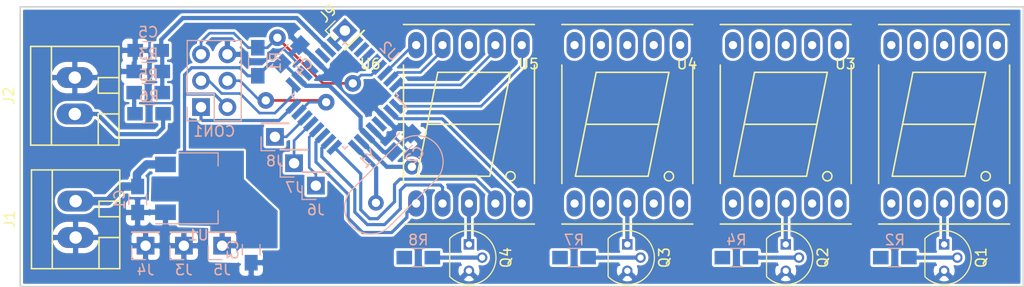
<source format=kicad_pcb>
(kicad_pcb (version 4) (host pcbnew 4.0.7)
  (layers (0 F.Cu signal) (31 B.Cu signal) (34 B.Paste user hide) (35 F.Paste user hide) (36 B.SilkS user hide) (37 F.SilkS user) (38 B.Mask user hide) (39 F.Mask user hide) (44 Edge.Cuts user))
  (net 0 "")
  (net 1 "Net-(C1-Pad1)")
  (net 2 GND)
  (net 3 +3V3)
  (net 4 "Net-(C5-Pad1)")
  (net 5 "Net-(CON1-Pad1)")
  (net 6 "Net-(CON1-Pad3)")
  (net 7 "Net-(CON1-Pad4)")
  (net 8 /RST)
  (net 9 "Net-(J2-Pad1)")
  (net 10 "Net-(J6-Pad1)")
  (net 11 "Net-(J7-Pad1)")
  (net 12 "Net-(J8-Pad1)")
  (net 13 "Net-(J9-Pad1)")
  (net 14 "Net-(Q1-Pad2)")
  (net 15 "Net-(Q1-Pad1)")
  (net 16 "Net-(Q2-Pad2)")
  (net 17 "Net-(Q2-Pad1)")
  (net 18 "Net-(Q3-Pad2)")
  (net 19 "Net-(Q3-Pad1)")
  (net 20 "Net-(Q4-Pad2)")
  (net 21 "Net-(Q4-Pad1)")
  (net 22 "Net-(R2-Pad2)")
  (net 23 "Net-(R4-Pad2)")
  (net 24 "Net-(R5-Pad2)")
  (net 25 "Net-(R7-Pad2)")
  (net 26 "Net-(R8-Pad2)")
  (net 27 "Net-(U2-Pad1)")
  (net 28 "Net-(U2-Pad2)")
  (net 29 "Net-(U2-Pad7)")
  (net 30 "Net-(U2-Pad8)")
  (net 31 "Net-(U2-Pad9)")
  (net 32 "Net-(U2-Pad10)")
  (net 33 "Net-(U2-Pad11)")
  (net 34 "Net-(U2-Pad19)")
  (net 35 "Net-(U2-Pad20)")
  (net 36 "Net-(U2-Pad22)")
  (net 37 "Net-(U2-Pad30)")
  (net 38 "Net-(U2-Pad31)")
  (net 39 "Net-(U2-Pad32)")
  (module Capacitors_SMD:C_0805_HandSoldering (layer B.Cu) (at 102.743 112.014 270)
    (fp_text reference C1 (at 0 1.75 270) (layer B.SilkS) (effects (justify mirror)))
    (fp_text value C)
    (fp_line (start 0.5 0.85) (end -0.5 0.85) (layer B.SilkS) (width 0.12))
    (fp_line (start -0.5 -0.85) (end 0.5 -0.85) (layer B.SilkS) (width 0.12))
    (pad 1 smd rect (at -1.25 0 270) (size 1.5 1.25) (layers B.Cu B.Paste B.Mask) (net 1 "Net-(C1-Pad1)"))
    (pad 2 smd rect (at 1.25 0 270) (size 1.5 1.25) (layers B.Cu B.Paste B.Mask) (net 2 GND))
  )
  (module Capacitors_SMD:C_0805_HandSoldering (layer B.Cu) (at 128.201383 106.558117 45)
    (fp_text reference C2 (at 0 1.75 45) (layer B.SilkS) (effects (justify mirror)))
    (fp_text value C)
    (fp_line (start 0.5 0.85) (end -0.5 0.85) (layer B.SilkS) (width 0.12))
    (fp_line (start -0.5 -0.85) (end 0.5 -0.85) (layer B.SilkS) (width 0.12))
    (pad 1 smd rect (at -1.25 0 45) (size 1.5 1.25) (layers B.Cu B.Paste B.Mask) (net 3 +3V3))
    (pad 2 smd rect (at 1.25 0 45) (size 1.5 1.25) (layers B.Cu B.Paste B.Mask) (net 2 GND))
  )
  (module Capacitors_SMD:C_0805_HandSoldering (layer B.Cu) (at 113.665 116.84 270)
    (fp_text reference C3 (at 0 1.75 270) (layer B.SilkS) (effects (justify mirror)))
    (fp_text value C)
    (fp_line (start 0.5 0.85) (end -0.5 0.85) (layer B.SilkS) (width 0.12))
    (fp_line (start -0.5 -0.85) (end 0.5 -0.85) (layer B.SilkS) (width 0.12))
    (pad 1 smd rect (at -1.25 0 270) (size 1.5 1.25) (layers B.Cu B.Paste B.Mask) (net 3 +3V3))
    (pad 2 smd rect (at 1.25 0 270) (size 1.5 1.25) (layers B.Cu B.Paste B.Mask) (net 2 GND))
  )
  (module Capacitors_SMD:C_0805_HandSoldering (layer B.Cu) (at 117.475 98.044 45)
    (fp_text reference C4 (at 0 1.75 45) (layer B.SilkS) (effects (justify mirror)))
    (fp_text value C)
    (fp_line (start 0.5 0.85) (end -0.5 0.85) (layer B.SilkS) (width 0.12))
    (fp_line (start -0.5 -0.85) (end 0.5 -0.85) (layer B.SilkS) (width 0.12))
    (pad 1 smd rect (at -1.25 0 45) (size 1.5 1.25) (layers B.Cu B.Paste B.Mask) (net 3 +3V3))
    (pad 2 smd rect (at 1.25 0 45) (size 1.5 1.25) (layers B.Cu B.Paste B.Mask) (net 2 GND))
  )
  (module Capacitors_SMD:C_0805_HandSoldering (layer B.Cu) (at 103.759 97.663 180)
    (fp_text reference C5 (at 0 1.75 180) (layer B.SilkS) (effects (justify mirror)))
    (fp_text value C)
    (fp_line (start 0.5 0.85) (end -0.5 0.85) (layer B.SilkS) (width 0.12))
    (fp_line (start -0.5 -0.85) (end 0.5 -0.85) (layer B.SilkS) (width 0.12))
    (pad 1 smd rect (at -1.25 0 180) (size 1.5 1.25) (layers B.Cu B.Paste B.Mask) (net 4 "Net-(C5-Pad1)"))
    (pad 2 smd rect (at 1.25 0 180) (size 1.5 1.25) (layers B.Cu B.Paste B.Mask) (net 2 GND))
  )
  (module Pin_Headers:Pin_Header_Straight_2x03_Pitch2.54mm (layer B.Cu) (at 108.839 103.124)
    (fp_text reference CON1 (at 1.27 2.33) (layer B.SilkS) (effects (justify mirror)))
    (fp_text value AVR-ISP-6)
    (fp_line (start -1.33 -6.41) (end 3.87 -6.41) (layer B.SilkS) (width 0.12))
    (fp_line (start -1.33 -1.27) (end -1.33 -6.41) (layer B.SilkS) (width 0.12))
    (fp_line (start 3.87 1.33) (end 3.87 -6.41) (layer B.SilkS) (width 0.12))
    (fp_line (start -1.33 -1.27) (end 1.27 -1.27) (layer B.SilkS) (width 0.12))
    (fp_line (start 1.27 -1.27) (end 1.27 1.33) (layer B.SilkS) (width 0.12))
    (fp_line (start 1.27 1.33) (end 3.87 1.33) (layer B.SilkS) (width 0.12))
    (fp_line (start -1.33 0) (end -1.33 1.33) (layer B.SilkS) (width 0.12))
    (fp_line (start -1.33 1.33) (end 0 1.33) (layer B.SilkS) (width 0.12))
    (pad 1 thru_hole rect (at 0 0) (size 1.7 1.7) (drill 1) (layers *.Cu *.Mask) (net 5 "Net-(CON1-Pad1)"))
    (pad 2 thru_hole oval (at 2.54 0) (size 1.7 1.7) (drill 1) (layers *.Cu *.Mask) (net 3 +3V3))
    (pad 3 thru_hole oval (at 0 -2.54) (size 1.7 1.7) (drill 1) (layers *.Cu *.Mask) (net 6 "Net-(CON1-Pad3)"))
    (pad 4 thru_hole oval (at 2.54 -2.54) (size 1.7 1.7) (drill 1) (layers *.Cu *.Mask) (net 7 "Net-(CON1-Pad4)"))
    (pad 5 thru_hole oval (at 0 -5.08) (size 1.7 1.7) (drill 1) (layers *.Cu *.Mask) (net 8 /RST))
    (pad 6 thru_hole oval (at 2.54 -5.08) (size 1.7 1.7) (drill 1) (layers *.Cu *.Mask) (net 2 GND))
  )
  (module Connectors_WAGO:WAGO_734_2pin_Straight_RuggedPads (layer F.Cu) (at 96.774 113.919 90)
    (fp_text reference J1 (at 0 -6.35 90) (layer F.SilkS))
    (fp_text value Conn_01x02)
    (fp_line (start -4.7498 -2.25044) (end 4.7498 -2.25044) (layer F.SilkS) (width 0.15))
    (fp_line (start 0.24892 4.24942) (end 0.24892 2.25044) (layer F.SilkS) (width 0.15))
    (fp_line (start 0.24892 2.25044) (end 1.75006 2.25044) (layer F.SilkS) (width 0.15))
    (fp_line (start 1.75006 2.25044) (end 1.75006 4.24942) (layer F.SilkS) (width 0.15))
    (fp_line (start -4.7498 2.25044) (end -1.75006 2.25044) (layer F.SilkS) (width 0.15))
    (fp_line (start -1.75006 2.25044) (end -1.75006 4.20116) (layer F.SilkS) (width 0.15))
    (fp_line (start 4.7498 4.24942) (end 4.7498 -4.24942) (layer F.SilkS) (width 0.15))
    (fp_line (start 4.7498 -4.24942) (end -4.7498 -4.24942) (layer F.SilkS) (width 0.15))
    (fp_line (start -4.7498 -4.24942) (end -4.7498 4.24942) (layer F.SilkS) (width 0.15))
    (fp_line (start -4.7498 4.24942) (end 4.7498 4.24942) (layer F.SilkS) (width 0.15))
    (pad 2 thru_hole oval (at 1.75006 0 90) (size 1.99898 3.50012) (drill 1.19888) (layers *.Cu *.Mask) (net 1 "Net-(C1-Pad1)"))
    (pad 1 thru_hole oval (at -1.75006 0 90) (size 1.99898 3.50012) (drill 1.19888) (layers *.Cu *.Mask) (net 2 GND))
  )
  (module Connectors_WAGO:WAGO_734_2pin_Straight_RuggedPads (layer F.Cu) (at 96.696 102.031199 90)
    (fp_text reference J2 (at 0 -6.35 90) (layer F.SilkS))
    (fp_text value Conn_01x02)
    (fp_line (start -4.7498 -2.25044) (end 4.7498 -2.25044) (layer F.SilkS) (width 0.15))
    (fp_line (start 0.24892 4.24942) (end 0.24892 2.25044) (layer F.SilkS) (width 0.15))
    (fp_line (start 0.24892 2.25044) (end 1.75006 2.25044) (layer F.SilkS) (width 0.15))
    (fp_line (start 1.75006 2.25044) (end 1.75006 4.24942) (layer F.SilkS) (width 0.15))
    (fp_line (start -4.7498 2.25044) (end -1.75006 2.25044) (layer F.SilkS) (width 0.15))
    (fp_line (start -1.75006 2.25044) (end -1.75006 4.20116) (layer F.SilkS) (width 0.15))
    (fp_line (start 4.7498 4.24942) (end 4.7498 -4.24942) (layer F.SilkS) (width 0.15))
    (fp_line (start 4.7498 -4.24942) (end -4.7498 -4.24942) (layer F.SilkS) (width 0.15))
    (fp_line (start -4.7498 -4.24942) (end -4.7498 4.24942) (layer F.SilkS) (width 0.15))
    (fp_line (start -4.7498 4.24942) (end 4.7498 4.24942) (layer F.SilkS) (width 0.15))
    (pad 2 thru_hole oval (at 1.75006 0 90) (size 1.99898 3.50012) (drill 1.19888) (layers *.Cu *.Mask) (net 2 GND))
    (pad 1 thru_hole oval (at -1.75006 0 90) (size 1.99898 3.50012) (drill 1.19888) (layers *.Cu *.Mask) (net 9 "Net-(J2-Pad1)"))
  )
  (module Pin_Headers:Pin_Header_Straight_1x01_Pitch2.54mm (layer B.Cu) (at 107.188 116.459)
    (fp_text reference J3 (at 0 2.33) (layer B.SilkS) (effects (justify mirror)))
    (fp_text value Conn_01x01)
    (fp_line (start -1.33 -1.33) (end 1.33 -1.33) (layer B.SilkS) (width 0.12))
    (fp_line (start -1.33 -1.27) (end -1.33 -1.33) (layer B.SilkS) (width 0.12))
    (fp_line (start 1.33 -1.27) (end 1.33 -1.33) (layer B.SilkS) (width 0.12))
    (fp_line (start -1.33 -1.27) (end 1.33 -1.27) (layer B.SilkS) (width 0.12))
    (fp_line (start -1.33 0) (end -1.33 1.33) (layer B.SilkS) (width 0.12))
    (fp_line (start -1.33 1.33) (end 0 1.33) (layer B.SilkS) (width 0.12))
    (pad 1 thru_hole rect (at 0 0) (size 1.7 1.7) (drill 1) (layers *.Cu *.Mask) (net 2 GND))
  )
  (module Pin_Headers:Pin_Header_Straight_1x01_Pitch2.54mm (layer B.Cu) (at 103.505 116.459)
    (fp_text reference J4 (at 0 2.33) (layer B.SilkS) (effects (justify mirror)))
    (fp_text value Conn_01x01)
    (fp_line (start -1.33 -1.33) (end 1.33 -1.33) (layer B.SilkS) (width 0.12))
    (fp_line (start -1.33 -1.27) (end -1.33 -1.33) (layer B.SilkS) (width 0.12))
    (fp_line (start 1.33 -1.27) (end 1.33 -1.33) (layer B.SilkS) (width 0.12))
    (fp_line (start -1.33 -1.27) (end 1.33 -1.27) (layer B.SilkS) (width 0.12))
    (fp_line (start -1.33 0) (end -1.33 1.33) (layer B.SilkS) (width 0.12))
    (fp_line (start -1.33 1.33) (end 0 1.33) (layer B.SilkS) (width 0.12))
    (pad 1 thru_hole rect (at 0 0) (size 1.7 1.7) (drill 1) (layers *.Cu *.Mask) (net 2 GND))
  )
  (module Pin_Headers:Pin_Header_Straight_1x01_Pitch2.54mm (layer B.Cu) (at 110.871 116.459)
    (fp_text reference J5 (at 0 2.33) (layer B.SilkS) (effects (justify mirror)))
    (fp_text value Conn_01x01)
    (fp_line (start -1.33 -1.33) (end 1.33 -1.33) (layer B.SilkS) (width 0.12))
    (fp_line (start -1.33 -1.27) (end -1.33 -1.33) (layer B.SilkS) (width 0.12))
    (fp_line (start 1.33 -1.27) (end 1.33 -1.33) (layer B.SilkS) (width 0.12))
    (fp_line (start -1.33 -1.27) (end 1.33 -1.27) (layer B.SilkS) (width 0.12))
    (fp_line (start -1.33 0) (end -1.33 1.33) (layer B.SilkS) (width 0.12))
    (fp_line (start -1.33 1.33) (end 0 1.33) (layer B.SilkS) (width 0.12))
    (pad 1 thru_hole rect (at 0 0) (size 1.7 1.7) (drill 1) (layers *.Cu *.Mask) (net 3 +3V3))
  )
  (module Pin_Headers:Pin_Header_Straight_1x01_Pitch2.54mm (layer B.Cu) (at 119.888 110.6805)
    (fp_text reference J6 (at 0 2.33) (layer B.SilkS) (effects (justify mirror)))
    (fp_text value Conn_01x01)
    (fp_line (start -1.33 -1.33) (end 1.33 -1.33) (layer B.SilkS) (width 0.12))
    (fp_line (start -1.33 -1.27) (end -1.33 -1.33) (layer B.SilkS) (width 0.12))
    (fp_line (start 1.33 -1.27) (end 1.33 -1.33) (layer B.SilkS) (width 0.12))
    (fp_line (start -1.33 -1.27) (end 1.33 -1.27) (layer B.SilkS) (width 0.12))
    (fp_line (start -1.33 0) (end -1.33 1.33) (layer B.SilkS) (width 0.12))
    (fp_line (start -1.33 1.33) (end 0 1.33) (layer B.SilkS) (width 0.12))
    (pad 1 thru_hole rect (at 0 0) (size 1.7 1.7) (drill 1) (layers *.Cu *.Mask) (net 10 "Net-(J6-Pad1)"))
  )
  (module Pin_Headers:Pin_Header_Straight_1x01_Pitch2.54mm (layer B.Cu) (at 117.7925 108.5215)
    (fp_text reference J7 (at 0 2.33) (layer B.SilkS) (effects (justify mirror)))
    (fp_text value Conn_01x01)
    (fp_line (start -1.33 -1.33) (end 1.33 -1.33) (layer B.SilkS) (width 0.12))
    (fp_line (start -1.33 -1.27) (end -1.33 -1.33) (layer B.SilkS) (width 0.12))
    (fp_line (start 1.33 -1.27) (end 1.33 -1.33) (layer B.SilkS) (width 0.12))
    (fp_line (start -1.33 -1.27) (end 1.33 -1.27) (layer B.SilkS) (width 0.12))
    (fp_line (start -1.33 0) (end -1.33 1.33) (layer B.SilkS) (width 0.12))
    (fp_line (start -1.33 1.33) (end 0 1.33) (layer B.SilkS) (width 0.12))
    (pad 1 thru_hole rect (at 0 0) (size 1.7 1.7) (drill 1) (layers *.Cu *.Mask) (net 11 "Net-(J7-Pad1)"))
  )
  (module Pin_Headers:Pin_Header_Straight_1x01_Pitch2.54mm (layer B.Cu) (at 115.951 105.9815)
    (fp_text reference J8 (at 0 2.33) (layer B.SilkS) (effects (justify mirror)))
    (fp_text value Conn_01x01)
    (fp_line (start -1.33 -1.33) (end 1.33 -1.33) (layer B.SilkS) (width 0.12))
    (fp_line (start -1.33 -1.27) (end -1.33 -1.33) (layer B.SilkS) (width 0.12))
    (fp_line (start 1.33 -1.27) (end 1.33 -1.33) (layer B.SilkS) (width 0.12))
    (fp_line (start -1.33 -1.27) (end 1.33 -1.27) (layer B.SilkS) (width 0.12))
    (fp_line (start -1.33 0) (end -1.33 1.33) (layer B.SilkS) (width 0.12))
    (fp_line (start -1.33 1.33) (end 0 1.33) (layer B.SilkS) (width 0.12))
    (pad 1 thru_hole rect (at 0 0) (size 1.7 1.7) (drill 1) (layers *.Cu *.Mask) (net 12 "Net-(J8-Pad1)"))
  )
  (module Pin_Headers:Pin_Header_Straight_1x01_Pitch2.54mm (layer F.Cu) (at 122.682 95.758 45)
    (fp_text reference J9 (at 0 -2.33 45) (layer F.SilkS))
    (fp_text value Conn_01x01)
    (fp_line (start -1.33 1.33) (end 1.33 1.33) (layer F.SilkS) (width 0.12))
    (fp_line (start -1.33 1.27) (end -1.33 1.33) (layer F.SilkS) (width 0.12))
    (fp_line (start 1.33 1.27) (end 1.33 1.33) (layer F.SilkS) (width 0.12))
    (fp_line (start -1.33 1.27) (end 1.33 1.27) (layer F.SilkS) (width 0.12))
    (fp_line (start -1.33 0) (end -1.33 -1.33) (layer F.SilkS) (width 0.12))
    (fp_line (start -1.33 -1.33) (end 0 -1.33) (layer F.SilkS) (width 0.12))
    (pad 1 thru_hole rect (at 0 0 45) (size 1.7 1.7) (drill 1) (layers *.Cu *.Mask) (net 13 "Net-(J9-Pad1)"))
  )
  (module TO_SOT_Packages_THT:TO-92_Molded_Narrow (layer F.Cu) (at 180.34 116.332 270)
    (fp_text reference Q1 (at 1.27 -3.56 270) (layer F.SilkS))
    (fp_text value BC547)
    (fp_line (start -0.53 1.85) (end 3.07 1.85) (layer F.SilkS) (width 0.12))
    (fp_arc (start 1.27 0) (end 1.27 -2.6) (angle -135) (layer F.SilkS) (width 0.12))
    (fp_arc (start 1.27 0) (end 1.27 -2.6) (angle 135) (layer F.SilkS) (width 0.12))
    (pad 2 thru_hole circle (at 1.27 -1.27) (size 1 1) (drill 0.6) (layers *.Cu *.Mask) (net 14 "Net-(Q1-Pad2)"))
    (pad 3 thru_hole circle (at 2.54 0) (size 1 1) (drill 0.6) (layers *.Cu *.Mask) (net 2 GND))
    (pad 1 thru_hole rect (at 0 0) (size 1 1) (drill 0.6) (layers *.Cu *.Mask) (net 15 "Net-(Q1-Pad1)"))
  )
  (module TO_SOT_Packages_THT:TO-92_Molded_Narrow (layer F.Cu) (at 165.1 116.332 270)
    (fp_text reference Q2 (at 1.27 -3.56 270) (layer F.SilkS))
    (fp_text value BC547)
    (fp_line (start -0.53 1.85) (end 3.07 1.85) (layer F.SilkS) (width 0.12))
    (fp_arc (start 1.27 0) (end 1.27 -2.6) (angle -135) (layer F.SilkS) (width 0.12))
    (fp_arc (start 1.27 0) (end 1.27 -2.6) (angle 135) (layer F.SilkS) (width 0.12))
    (pad 2 thru_hole circle (at 1.27 -1.27) (size 1 1) (drill 0.6) (layers *.Cu *.Mask) (net 16 "Net-(Q2-Pad2)"))
    (pad 3 thru_hole circle (at 2.54 0) (size 1 1) (drill 0.6) (layers *.Cu *.Mask) (net 2 GND))
    (pad 1 thru_hole rect (at 0 0) (size 1 1) (drill 0.6) (layers *.Cu *.Mask) (net 17 "Net-(Q2-Pad1)"))
  )
  (module TO_SOT_Packages_THT:TO-92_Molded_Narrow (layer F.Cu) (at 149.86 116.332 270)
    (fp_text reference Q3 (at 1.27 -3.56 270) (layer F.SilkS))
    (fp_text value BC547)
    (fp_line (start -0.53 1.85) (end 3.07 1.85) (layer F.SilkS) (width 0.12))
    (fp_arc (start 1.27 0) (end 1.27 -2.6) (angle -135) (layer F.SilkS) (width 0.12))
    (fp_arc (start 1.27 0) (end 1.27 -2.6) (angle 135) (layer F.SilkS) (width 0.12))
    (pad 2 thru_hole circle (at 1.27 -1.27) (size 1 1) (drill 0.6) (layers *.Cu *.Mask) (net 18 "Net-(Q3-Pad2)"))
    (pad 3 thru_hole circle (at 2.54 0) (size 1 1) (drill 0.6) (layers *.Cu *.Mask) (net 2 GND))
    (pad 1 thru_hole rect (at 0 0) (size 1 1) (drill 0.6) (layers *.Cu *.Mask) (net 19 "Net-(Q3-Pad1)"))
  )
  (module TO_SOT_Packages_THT:TO-92_Molded_Narrow (layer F.Cu) (at 134.62 116.332 270)
    (fp_text reference Q4 (at 1.27 -3.56 270) (layer F.SilkS))
    (fp_text value BC547)
    (fp_line (start -0.53 1.85) (end 3.07 1.85) (layer F.SilkS) (width 0.12))
    (fp_arc (start 1.27 0) (end 1.27 -2.6) (angle -135) (layer F.SilkS) (width 0.12))
    (fp_arc (start 1.27 0) (end 1.27 -2.6) (angle 135) (layer F.SilkS) (width 0.12))
    (pad 2 thru_hole circle (at 1.27 -1.27) (size 1 1) (drill 0.6) (layers *.Cu *.Mask) (net 20 "Net-(Q4-Pad2)"))
    (pad 3 thru_hole circle (at 2.54 0) (size 1 1) (drill 0.6) (layers *.Cu *.Mask) (net 2 GND))
    (pad 1 thru_hole rect (at 0 0) (size 1 1) (drill 0.6) (layers *.Cu *.Mask) (net 21 "Net-(Q4-Pad1)"))
  )
  (module Resistors_SMD:R_0805_HandSoldering (layer B.Cu) (at 114.3 98.759 90)
    (fp_text reference R1 (at 0 1.7 90) (layer B.SilkS) (effects (justify mirror)))
    (fp_text value R)
    (fp_line (start 0.6 -0.88) (end -0.6 -0.88) (layer B.SilkS) (width 0.12))
    (fp_line (start -0.6 0.88) (end 0.6 0.88) (layer B.SilkS) (width 0.12))
    (pad 1 smd rect (at -1.35 0 90) (size 1.5 1.3) (layers B.Cu B.Paste B.Mask) (net 3 +3V3))
    (pad 2 smd rect (at 1.35 0 90) (size 1.5 1.3) (layers B.Cu B.Paste B.Mask) (net 8 /RST))
  )
  (module Resistors_SMD:R_0805_HandSoldering (layer B.Cu) (at 175.594 117.602 180)
    (fp_text reference R2 (at 0 1.7 180) (layer B.SilkS) (effects (justify mirror)))
    (fp_text value R)
    (fp_line (start 0.6 -0.88) (end -0.6 -0.88) (layer B.SilkS) (width 0.12))
    (fp_line (start -0.6 0.88) (end 0.6 0.88) (layer B.SilkS) (width 0.12))
    (pad 1 smd rect (at -1.35 0 180) (size 1.5 1.3) (layers B.Cu B.Paste B.Mask) (net 14 "Net-(Q1-Pad2)"))
    (pad 2 smd rect (at 1.35 0 180) (size 1.5 1.3) (layers B.Cu B.Paste B.Mask) (net 22 "Net-(R2-Pad2)"))
  )
  (module Resistors_SMD:R_0805_HandSoldering (layer B.Cu) (at 103.759 99.695 180)
    (fp_text reference R3 (at 0 1.7 180) (layer B.SilkS) (effects (justify mirror)))
    (fp_text value 1kR)
    (fp_line (start 0.6 -0.88) (end -0.6 -0.88) (layer B.SilkS) (width 0.12))
    (fp_line (start -0.6 0.88) (end 0.6 0.88) (layer B.SilkS) (width 0.12))
    (pad 1 smd rect (at -1.35 0 180) (size 1.5 1.3) (layers B.Cu B.Paste B.Mask) (net 4 "Net-(C5-Pad1)"))
    (pad 2 smd rect (at 1.35 0 180) (size 1.5 1.3) (layers B.Cu B.Paste B.Mask) (net 2 GND))
  )
  (module Resistors_SMD:R_0805_HandSoldering (layer B.Cu) (at 160.354 117.602 180)
    (fp_text reference R4 (at 0 1.7 180) (layer B.SilkS) (effects (justify mirror)))
    (fp_text value R)
    (fp_line (start 0.6 -0.88) (end -0.6 -0.88) (layer B.SilkS) (width 0.12))
    (fp_line (start -0.6 0.88) (end 0.6 0.88) (layer B.SilkS) (width 0.12))
    (pad 1 smd rect (at -1.35 0 180) (size 1.5 1.3) (layers B.Cu B.Paste B.Mask) (net 16 "Net-(Q2-Pad2)"))
    (pad 2 smd rect (at 1.35 0 180) (size 1.5 1.3) (layers B.Cu B.Paste B.Mask) (net 23 "Net-(R4-Pad2)"))
  )
  (module Resistors_SMD:R_0805_HandSoldering (layer B.Cu) (at 103.759 101.727 180)
    (fp_text reference R5 (at 0 1.7 180) (layer B.SilkS) (effects (justify mirror)))
    (fp_text value R)
    (fp_line (start 0.6 -0.88) (end -0.6 -0.88) (layer B.SilkS) (width 0.12))
    (fp_line (start -0.6 0.88) (end 0.6 0.88) (layer B.SilkS) (width 0.12))
    (pad 1 smd rect (at -1.35 0 180) (size 1.5 1.3) (layers B.Cu B.Paste B.Mask) (net 4 "Net-(C5-Pad1)"))
    (pad 2 smd rect (at 1.35 0 180) (size 1.5 1.3) (layers B.Cu B.Paste B.Mask) (net 24 "Net-(R5-Pad2)"))
  )
  (module Resistors_SMD:R_0805_HandSoldering (layer B.Cu) (at 103.839 103.759 180)
    (fp_text reference R6 (at 0 1.7 180) (layer B.SilkS) (effects (justify mirror)))
    (fp_text value R)
    (fp_line (start 0.6 -0.88) (end -0.6 -0.88) (layer B.SilkS) (width 0.12))
    (fp_line (start -0.6 0.88) (end 0.6 0.88) (layer B.SilkS) (width 0.12))
    (pad 1 smd rect (at -1.35 0 180) (size 1.5 1.3) (layers B.Cu B.Paste B.Mask) (net 9 "Net-(J2-Pad1)"))
    (pad 2 smd rect (at 1.35 0 180) (size 1.5 1.3) (layers B.Cu B.Paste B.Mask) (net 24 "Net-(R5-Pad2)"))
  )
  (module Resistors_SMD:R_0805_HandSoldering (layer B.Cu) (at 144.733 117.602 180)
    (fp_text reference R7 (at 0 1.7 180) (layer B.SilkS) (effects (justify mirror)))
    (fp_text value R)
    (fp_line (start 0.6 -0.88) (end -0.6 -0.88) (layer B.SilkS) (width 0.12))
    (fp_line (start -0.6 0.88) (end 0.6 0.88) (layer B.SilkS) (width 0.12))
    (pad 1 smd rect (at -1.35 0 180) (size 1.5 1.3) (layers B.Cu B.Paste B.Mask) (net 18 "Net-(Q3-Pad2)"))
    (pad 2 smd rect (at 1.35 0 180) (size 1.5 1.3) (layers B.Cu B.Paste B.Mask) (net 25 "Net-(R7-Pad2)"))
  )
  (module Resistors_SMD:R_0805_HandSoldering (layer B.Cu) (at 129.747 117.602 180)
    (fp_text reference R8 (at 0 1.7 180) (layer B.SilkS) (effects (justify mirror)))
    (fp_text value R)
    (fp_line (start 0.6 -0.88) (end -0.6 -0.88) (layer B.SilkS) (width 0.12))
    (fp_line (start -0.6 0.88) (end 0.6 0.88) (layer B.SilkS) (width 0.12))
    (pad 1 smd rect (at -1.35 0 180) (size 1.5 1.3) (layers B.Cu B.Paste B.Mask) (net 20 "Net-(Q4-Pad2)"))
    (pad 2 smd rect (at 1.35 0 180) (size 1.5 1.3) (layers B.Cu B.Paste B.Mask) (net 26 "Net-(R8-Pad2)"))
  )
  (module TO_SOT_Packages_SMD:SOT-223-3_TabPin2 (layer B.Cu) (at 108.572047 110.938)
    (fp_text reference U1 (at 0 4.5) (layer B.SilkS) (effects (justify mirror)))
    (fp_text value AZ1117-3.3)
    (fp_line (start 1.91 -3.41) (end 1.91 -2.15) (layer B.SilkS) (width 0.12))
    (fp_line (start 1.91 3.41) (end 1.91 2.15) (layer B.SilkS) (width 0.12))
    (fp_line (start -1.85 -3.41) (end 1.91 -3.41) (layer B.SilkS) (width 0.12))
    (fp_line (start -4.1 3.41) (end 1.91 3.41) (layer B.SilkS) (width 0.12))
    (pad 2 smd rect (at 3.15 0) (size 2 3.8) (layers B.Cu B.Paste B.Mask) (net 3 +3V3))
    (pad 2 smd rect (at -3.15 0) (size 2 1.5) (layers B.Cu B.Paste B.Mask) (net 3 +3V3))
    (pad 3 smd rect (at -3.15 -2.3) (size 2 1.5) (layers B.Cu B.Paste B.Mask) (net 1 "Net-(C1-Pad1)"))
    (pad 1 smd rect (at -3.15 2.3) (size 2 1.5) (layers B.Cu B.Paste B.Mask) (net 2 GND))
  )
  (module Housings_QFP:TQFP-32_7x7mm_Pitch0.8mm (layer B.Cu) (at 122.691305 102.013103 135)
    (fp_text reference U2 (at 0 6.05 135) (layer B.SilkS) (effects (justify mirror)))
    (fp_text value ATMEGA328P-AU)
    (fp_line (start -3.625 3.625) (end -3.625 3.4) (layer B.SilkS) (width 0.15))
    (fp_line (start 3.625 3.625) (end 3.625 3.3) (layer B.SilkS) (width 0.15))
    (fp_line (start 3.625 -3.625) (end 3.625 -3.3) (layer B.SilkS) (width 0.15))
    (fp_line (start -3.625 -3.625) (end -3.625 -3.3) (layer B.SilkS) (width 0.15))
    (fp_line (start -3.625 3.625) (end -3.3 3.625) (layer B.SilkS) (width 0.15))
    (fp_line (start -3.625 -3.625) (end -3.3 -3.625) (layer B.SilkS) (width 0.15))
    (fp_line (start 3.625 -3.625) (end 3.3 -3.625) (layer B.SilkS) (width 0.15))
    (fp_line (start 3.625 3.625) (end 3.3 3.625) (layer B.SilkS) (width 0.15))
    (fp_line (start -3.625 3.4) (end -5.05 3.4) (layer B.SilkS) (width 0.15))
    (pad 1 smd rect (at -4.25 2.8 135) (size 1.6 0.55) (layers B.Cu B.Paste B.Mask) (net 27 "Net-(U2-Pad1)"))
    (pad 2 smd rect (at -4.25 2 135) (size 1.6 0.55) (layers B.Cu B.Paste B.Mask) (net 28 "Net-(U2-Pad2)"))
    (pad 3 smd rect (at -4.25 1.2 135) (size 1.6 0.55) (layers B.Cu B.Paste B.Mask) (net 2 GND))
    (pad 4 smd rect (at -4.25 0.4 135) (size 1.6 0.55) (layers B.Cu B.Paste B.Mask) (net 3 +3V3))
    (pad 5 smd rect (at -4.25 -0.4 135) (size 1.6 0.55) (layers B.Cu B.Paste B.Mask) (net 2 GND))
    (pad 6 smd rect (at -4.25 -1.2 135) (size 1.6 0.55) (layers B.Cu B.Paste B.Mask) (net 3 +3V3))
    (pad 7 smd rect (at -4.25 -2 135) (size 1.6 0.55) (layers B.Cu B.Paste B.Mask) (net 29 "Net-(U2-Pad7)"))
    (pad 8 smd rect (at -4.25 -2.8 135) (size 1.6 0.55) (layers B.Cu B.Paste B.Mask) (net 30 "Net-(U2-Pad8)"))
    (pad 9 smd rect (at -2.8 -4.25 45) (size 1.6 0.55) (layers B.Cu B.Paste B.Mask) (net 31 "Net-(U2-Pad9)"))
    (pad 10 smd rect (at -2 -4.25 45) (size 1.6 0.55) (layers B.Cu B.Paste B.Mask) (net 32 "Net-(U2-Pad10)"))
    (pad 11 smd rect (at -1.2 -4.25 45) (size 1.6 0.55) (layers B.Cu B.Paste B.Mask) (net 33 "Net-(U2-Pad11)"))
    (pad 12 smd rect (at -0.4 -4.25 45) (size 1.6 0.55) (layers B.Cu B.Paste B.Mask) (net 10 "Net-(J6-Pad1)"))
    (pad 13 smd rect (at 0.4 -4.25 45) (size 1.6 0.55) (layers B.Cu B.Paste B.Mask) (net 11 "Net-(J7-Pad1)"))
    (pad 14 smd rect (at 1.2 -4.25 45) (size 1.6 0.55) (layers B.Cu B.Paste B.Mask) (net 12 "Net-(J8-Pad1)"))
    (pad 15 smd rect (at 2 -4.25 45) (size 1.6 0.55) (layers B.Cu B.Paste B.Mask) (net 7 "Net-(CON1-Pad4)"))
    (pad 16 smd rect (at 2.8 -4.25 45) (size 1.6 0.55) (layers B.Cu B.Paste B.Mask) (net 5 "Net-(CON1-Pad1)"))
    (pad 17 smd rect (at 4.25 -2.8 135) (size 1.6 0.55) (layers B.Cu B.Paste B.Mask) (net 6 "Net-(CON1-Pad3)"))
    (pad 18 smd rect (at 4.25 -2 135) (size 1.6 0.55) (layers B.Cu B.Paste B.Mask) (net 3 +3V3))
    (pad 19 smd rect (at 4.25 -1.2 135) (size 1.6 0.55) (layers B.Cu B.Paste B.Mask) (net 34 "Net-(U2-Pad19)"))
    (pad 20 smd rect (at 4.25 -0.4 135) (size 1.6 0.55) (layers B.Cu B.Paste B.Mask) (net 35 "Net-(U2-Pad20)"))
    (pad 21 smd rect (at 4.25 0.4 135) (size 1.6 0.55) (layers B.Cu B.Paste B.Mask) (net 2 GND))
    (pad 22 smd rect (at 4.25 1.2 135) (size 1.6 0.55) (layers B.Cu B.Paste B.Mask) (net 36 "Net-(U2-Pad22)"))
    (pad 23 smd rect (at 4.25 2 135) (size 1.6 0.55) (layers B.Cu B.Paste B.Mask) (net 4 "Net-(C5-Pad1)"))
    (pad 24 smd rect (at 4.25 2.8 135) (size 1.6 0.55) (layers B.Cu B.Paste B.Mask) (net 13 "Net-(J9-Pad1)"))
    (pad 25 smd rect (at 2.8 4.25 45) (size 1.6 0.55) (layers B.Cu B.Paste B.Mask) (net 22 "Net-(R2-Pad2)"))
    (pad 26 smd rect (at 2 4.25 45) (size 1.6 0.55) (layers B.Cu B.Paste B.Mask) (net 23 "Net-(R4-Pad2)"))
    (pad 27 smd rect (at 1.2 4.25 45) (size 1.6 0.55) (layers B.Cu B.Paste B.Mask) (net 25 "Net-(R7-Pad2)"))
    (pad 28 smd rect (at 0.4 4.25 45) (size 1.6 0.55) (layers B.Cu B.Paste B.Mask) (net 26 "Net-(R8-Pad2)"))
    (pad 29 smd rect (at -0.4 4.25 45) (size 1.6 0.55) (layers B.Cu B.Paste B.Mask) (net 8 /RST))
    (pad 30 smd rect (at -1.2 4.25 45) (size 1.6 0.55) (layers B.Cu B.Paste B.Mask) (net 37 "Net-(U2-Pad30)"))
    (pad 31 smd rect (at -2 4.25 45) (size 1.6 0.55) (layers B.Cu B.Paste B.Mask) (net 38 "Net-(U2-Pad31)"))
    (pad 32 smd rect (at -2.8 4.25 45) (size 1.6 0.55) (layers B.Cu B.Paste B.Mask) (net 39 "Net-(U2-Pad32)"))
  )
  (module Displays_7-Segment:7SegmentLED_LTS6760_LTS6780 (layer F.Cu) (at 180.34 104.775)
    (fp_text reference U3 (at -9.5 -5.8) (layer F.SilkS))
    (fp_text value 7SEGMENT_CC)
    (fp_circle (center 4 5) (end 4.4 5.2) (layer F.SilkS) (width 0.15))
    (fp_line (start -3 -5) (end -4 0) (layer F.SilkS) (width 0.15))
    (fp_line (start -4 0) (end -5 5) (layer F.SilkS) (width 0.15))
    (fp_line (start -5 5) (end 2 5) (layer F.SilkS) (width 0.15))
    (fp_line (start 2 5) (end 3 0) (layer F.SilkS) (width 0.15))
    (fp_line (start 4 -5) (end 3 0) (layer F.SilkS) (width 0.15))
    (fp_line (start 3 0) (end -4 0) (layer F.SilkS) (width 0.15))
    (fp_line (start -3 -5) (end 4 -5) (layer F.SilkS) (width 0.15))
    (fp_line (start 6.3 9.6) (end -6.3 9.6) (layer F.SilkS) (width 0.15))
    (fp_line (start -6.3 -5.7) (end -6.3 5.7) (layer F.SilkS) (width 0.15))
    (fp_line (start 6.3 -5.7) (end 6.3 5.7) (layer F.SilkS) (width 0.15))
    (fp_line (start -6.3 -9.6) (end 6.3 -9.6) (layer F.SilkS) (width 0.15))
    (pad 1 thru_hole oval (at -5.08 7.62) (size 1.524 2.524) (drill 0.8) (layers *.Cu *.Mask) (net 33 "Net-(U2-Pad11)"))
    (pad 2 thru_hole oval (at -2.54 7.62) (size 1.524 2.524) (drill 0.8) (layers *.Cu *.Mask) (net 32 "Net-(U2-Pad10)"))
    (pad 3 thru_hole oval (at 0 7.62) (size 1.524 2.524) (drill 0.8) (layers *.Cu *.Mask) (net 15 "Net-(Q1-Pad1)"))
    (pad 4 thru_hole oval (at 2.54 7.62) (size 1.524 2.524) (drill 0.8) (layers *.Cu *.Mask) (net 31 "Net-(U2-Pad9)"))
    (pad 5 thru_hole oval (at 5.08 7.62) (size 1.524 2.524) (drill 0.8) (layers *.Cu *.Mask) (net 28 "Net-(U2-Pad2)"))
    (pad 6 thru_hole oval (at 5.08 -7.62) (size 1.524 2.524) (drill 0.8) (layers *.Cu *.Mask) (net 27 "Net-(U2-Pad1)"))
    (pad 7 thru_hole oval (at 2.54 -7.62) (size 1.524 2.524) (drill 0.8) (layers *.Cu *.Mask) (net 39 "Net-(U2-Pad32)"))
    (pad 8 thru_hole oval (at 0 -7.62) (size 1.524 2.524) (drill 0.8) (layers *.Cu *.Mask) (net 15 "Net-(Q1-Pad1)"))
    (pad 9 thru_hole oval (at -2.54 -7.62) (size 1.524 2.524) (drill 0.8) (layers *.Cu *.Mask) (net 38 "Net-(U2-Pad31)"))
    (pad 10 thru_hole oval (at -5.08 -7.62) (size 1.524 2.524) (drill 0.8) (layers *.Cu *.Mask) (net 37 "Net-(U2-Pad30)"))
  )
  (module Displays_7-Segment:7SegmentLED_LTS6760_LTS6780 (layer F.Cu) (at 165.1 104.775)
    (fp_text reference U4 (at -9.5 -5.8) (layer F.SilkS))
    (fp_text value 7SEGMENT_CC)
    (fp_circle (center 4 5) (end 4.4 5.2) (layer F.SilkS) (width 0.15))
    (fp_line (start -3 -5) (end -4 0) (layer F.SilkS) (width 0.15))
    (fp_line (start -4 0) (end -5 5) (layer F.SilkS) (width 0.15))
    (fp_line (start -5 5) (end 2 5) (layer F.SilkS) (width 0.15))
    (fp_line (start 2 5) (end 3 0) (layer F.SilkS) (width 0.15))
    (fp_line (start 4 -5) (end 3 0) (layer F.SilkS) (width 0.15))
    (fp_line (start 3 0) (end -4 0) (layer F.SilkS) (width 0.15))
    (fp_line (start -3 -5) (end 4 -5) (layer F.SilkS) (width 0.15))
    (fp_line (start 6.3 9.6) (end -6.3 9.6) (layer F.SilkS) (width 0.15))
    (fp_line (start -6.3 -5.7) (end -6.3 5.7) (layer F.SilkS) (width 0.15))
    (fp_line (start 6.3 -5.7) (end 6.3 5.7) (layer F.SilkS) (width 0.15))
    (fp_line (start -6.3 -9.6) (end 6.3 -9.6) (layer F.SilkS) (width 0.15))
    (pad 1 thru_hole oval (at -5.08 7.62) (size 1.524 2.524) (drill 0.8) (layers *.Cu *.Mask) (net 33 "Net-(U2-Pad11)"))
    (pad 2 thru_hole oval (at -2.54 7.62) (size 1.524 2.524) (drill 0.8) (layers *.Cu *.Mask) (net 32 "Net-(U2-Pad10)"))
    (pad 3 thru_hole oval (at 0 7.62) (size 1.524 2.524) (drill 0.8) (layers *.Cu *.Mask) (net 17 "Net-(Q2-Pad1)"))
    (pad 4 thru_hole oval (at 2.54 7.62) (size 1.524 2.524) (drill 0.8) (layers *.Cu *.Mask) (net 31 "Net-(U2-Pad9)"))
    (pad 5 thru_hole oval (at 5.08 7.62) (size 1.524 2.524) (drill 0.8) (layers *.Cu *.Mask) (net 28 "Net-(U2-Pad2)"))
    (pad 6 thru_hole oval (at 5.08 -7.62) (size 1.524 2.524) (drill 0.8) (layers *.Cu *.Mask) (net 27 "Net-(U2-Pad1)"))
    (pad 7 thru_hole oval (at 2.54 -7.62) (size 1.524 2.524) (drill 0.8) (layers *.Cu *.Mask) (net 39 "Net-(U2-Pad32)"))
    (pad 8 thru_hole oval (at 0 -7.62) (size 1.524 2.524) (drill 0.8) (layers *.Cu *.Mask) (net 17 "Net-(Q2-Pad1)"))
    (pad 9 thru_hole oval (at -2.54 -7.62) (size 1.524 2.524) (drill 0.8) (layers *.Cu *.Mask) (net 38 "Net-(U2-Pad31)"))
    (pad 10 thru_hole oval (at -5.08 -7.62) (size 1.524 2.524) (drill 0.8) (layers *.Cu *.Mask) (net 37 "Net-(U2-Pad30)"))
  )
  (module Displays_7-Segment:7SegmentLED_LTS6760_LTS6780 (layer F.Cu) (at 149.86 104.775)
    (fp_text reference U5 (at -9.5 -5.8) (layer F.SilkS))
    (fp_text value 7SEGMENT_CC)
    (fp_circle (center 4 5) (end 4.4 5.2) (layer F.SilkS) (width 0.15))
    (fp_line (start -3 -5) (end -4 0) (layer F.SilkS) (width 0.15))
    (fp_line (start -4 0) (end -5 5) (layer F.SilkS) (width 0.15))
    (fp_line (start -5 5) (end 2 5) (layer F.SilkS) (width 0.15))
    (fp_line (start 2 5) (end 3 0) (layer F.SilkS) (width 0.15))
    (fp_line (start 4 -5) (end 3 0) (layer F.SilkS) (width 0.15))
    (fp_line (start 3 0) (end -4 0) (layer F.SilkS) (width 0.15))
    (fp_line (start -3 -5) (end 4 -5) (layer F.SilkS) (width 0.15))
    (fp_line (start 6.3 9.6) (end -6.3 9.6) (layer F.SilkS) (width 0.15))
    (fp_line (start -6.3 -5.7) (end -6.3 5.7) (layer F.SilkS) (width 0.15))
    (fp_line (start 6.3 -5.7) (end 6.3 5.7) (layer F.SilkS) (width 0.15))
    (fp_line (start -6.3 -9.6) (end 6.3 -9.6) (layer F.SilkS) (width 0.15))
    (pad 1 thru_hole oval (at -5.08 7.62) (size 1.524 2.524) (drill 0.8) (layers *.Cu *.Mask) (net 33 "Net-(U2-Pad11)"))
    (pad 2 thru_hole oval (at -2.54 7.62) (size 1.524 2.524) (drill 0.8) (layers *.Cu *.Mask) (net 32 "Net-(U2-Pad10)"))
    (pad 3 thru_hole oval (at 0 7.62) (size 1.524 2.524) (drill 0.8) (layers *.Cu *.Mask) (net 19 "Net-(Q3-Pad1)"))
    (pad 4 thru_hole oval (at 2.54 7.62) (size 1.524 2.524) (drill 0.8) (layers *.Cu *.Mask) (net 31 "Net-(U2-Pad9)"))
    (pad 5 thru_hole oval (at 5.08 7.62) (size 1.524 2.524) (drill 0.8) (layers *.Cu *.Mask) (net 28 "Net-(U2-Pad2)"))
    (pad 6 thru_hole oval (at 5.08 -7.62) (size 1.524 2.524) (drill 0.8) (layers *.Cu *.Mask) (net 27 "Net-(U2-Pad1)"))
    (pad 7 thru_hole oval (at 2.54 -7.62) (size 1.524 2.524) (drill 0.8) (layers *.Cu *.Mask) (net 39 "Net-(U2-Pad32)"))
    (pad 8 thru_hole oval (at 0 -7.62) (size 1.524 2.524) (drill 0.8) (layers *.Cu *.Mask) (net 19 "Net-(Q3-Pad1)"))
    (pad 9 thru_hole oval (at -2.54 -7.62) (size 1.524 2.524) (drill 0.8) (layers *.Cu *.Mask) (net 38 "Net-(U2-Pad31)"))
    (pad 10 thru_hole oval (at -5.08 -7.62) (size 1.524 2.524) (drill 0.8) (layers *.Cu *.Mask) (net 37 "Net-(U2-Pad30)"))
  )
  (module Displays_7-Segment:7SegmentLED_LTS6760_LTS6780 (layer F.Cu) (at 134.62 104.775)
    (fp_text reference U6 (at -9.5 -5.8) (layer F.SilkS))
    (fp_text value 7SEGMENT_CC)
    (fp_circle (center 4 5) (end 4.4 5.2) (layer F.SilkS) (width 0.15))
    (fp_line (start -3 -5) (end -4 0) (layer F.SilkS) (width 0.15))
    (fp_line (start -4 0) (end -5 5) (layer F.SilkS) (width 0.15))
    (fp_line (start -5 5) (end 2 5) (layer F.SilkS) (width 0.15))
    (fp_line (start 2 5) (end 3 0) (layer F.SilkS) (width 0.15))
    (fp_line (start 4 -5) (end 3 0) (layer F.SilkS) (width 0.15))
    (fp_line (start 3 0) (end -4 0) (layer F.SilkS) (width 0.15))
    (fp_line (start -3 -5) (end 4 -5) (layer F.SilkS) (width 0.15))
    (fp_line (start 6.3 9.6) (end -6.3 9.6) (layer F.SilkS) (width 0.15))
    (fp_line (start -6.3 -5.7) (end -6.3 5.7) (layer F.SilkS) (width 0.15))
    (fp_line (start 6.3 -5.7) (end 6.3 5.7) (layer F.SilkS) (width 0.15))
    (fp_line (start -6.3 -9.6) (end 6.3 -9.6) (layer F.SilkS) (width 0.15))
    (pad 1 thru_hole oval (at -5.08 7.62) (size 1.524 2.524) (drill 0.8) (layers *.Cu *.Mask) (net 33 "Net-(U2-Pad11)"))
    (pad 2 thru_hole oval (at -2.54 7.62) (size 1.524 2.524) (drill 0.8) (layers *.Cu *.Mask) (net 32 "Net-(U2-Pad10)"))
    (pad 3 thru_hole oval (at 0 7.62) (size 1.524 2.524) (drill 0.8) (layers *.Cu *.Mask) (net 21 "Net-(Q4-Pad1)"))
    (pad 4 thru_hole oval (at 2.54 7.62) (size 1.524 2.524) (drill 0.8) (layers *.Cu *.Mask) (net 31 "Net-(U2-Pad9)"))
    (pad 5 thru_hole oval (at 5.08 7.62) (size 1.524 2.524) (drill 0.8) (layers *.Cu *.Mask) (net 28 "Net-(U2-Pad2)"))
    (pad 6 thru_hole oval (at 5.08 -7.62) (size 1.524 2.524) (drill 0.8) (layers *.Cu *.Mask) (net 27 "Net-(U2-Pad1)"))
    (pad 7 thru_hole oval (at 2.54 -7.62) (size 1.524 2.524) (drill 0.8) (layers *.Cu *.Mask) (net 39 "Net-(U2-Pad32)"))
    (pad 8 thru_hole oval (at 0 -7.62) (size 1.524 2.524) (drill 0.8) (layers *.Cu *.Mask) (net 21 "Net-(Q4-Pad1)"))
    (pad 9 thru_hole oval (at -2.54 -7.62) (size 1.524 2.524) (drill 0.8) (layers *.Cu *.Mask) (net 38 "Net-(U2-Pad31)"))
    (pad 10 thru_hole oval (at -5.08 -7.62) (size 1.524 2.524) (drill 0.8) (layers *.Cu *.Mask) (net 37 "Net-(U2-Pad30)"))
  )
  (module Crystals:Crystal_HC18-U_Vertical (layer B.Cu) (at 129.131323 108.866677 225)
    (fp_text reference Y1 (at 2.45 3.525 225) (layer B.SilkS) (effects (justify mirror)))
    (fp_text value Crystal)
    (fp_line (start -0.675 2.525) (end 5.575 2.525) (layer B.SilkS) (width 0.12))
    (fp_line (start -0.675 -2.525) (end 5.575 -2.525) (layer B.SilkS) (width 0.12))
    (fp_arc (start -0.675 0) (end -0.675 2.525) (angle 180) (layer B.SilkS) (width 0.12))
    (fp_arc (start 5.575 0) (end 5.575 2.525) (angle -180) (layer B.SilkS) (width 0.12))
    (pad 1 thru_hole circle (at 0 0 225) (size 1.5 1.5) (drill 0.8) (layers *.Cu *.Mask) (net 29 "Net-(U2-Pad7)"))
    (pad 2 thru_hole circle (at 4.9 0 225) (size 1.5 1.5) (drill 0.8) (layers *.Cu *.Mask) (net 30 "Net-(U2-Pad8)"))
  )
  (gr_line (start 91.44 93.472) (end 91.948 93.472) (layer Edge.Cuts) (width 0.15))
  (gr_line (start 91.44 120.396) (end 91.44 93.472) (layer Edge.Cuts) (width 0.15))
  (gr_line (start 108.204 120.396) (end 91.44 120.396) (layer Edge.Cuts) (width 0.15))
  (gr_line (start 125.984 120.396) (end 108.204 120.396) (layer Edge.Cuts) (width 0.15))
  (gr_line (start 160.528 120.396) (end 125.984 120.396) (layer Edge.Cuts) (width 0.15))
  (gr_line (start 187.96 120.396) (end 160.528 120.396) (layer Edge.Cuts) (width 0.15))
  (gr_line (start 187.96 93.472) (end 187.96 120.396) (layer Edge.Cuts) (width 0.15))
  (gr_line (start 91.948 93.472) (end 187.96 93.472) (layer Edge.Cuts) (width 0.15))
  (segment (start 102.6795 109.567747) (end 102.6795 110.7005) (width 0.8128) (layer B.Cu) (net 1))
  (segment (start 102.6795 110.7005) (end 102.743 110.764) (width 0.8128) (layer B.Cu) (net 1))
  (segment (start 105.422047 108.638) (end 103.609247 108.638) (width 0.8128) (layer B.Cu) (net 1))
  (segment (start 103.609247 108.638) (end 102.6795 109.567747) (width 0.8128) (layer B.Cu) (net 1))
  (segment (start 102.743 110.764) (end 101.3052 110.764) (width 0.8128) (layer B.Cu) (net 1))
  (segment (start 101.3052 110.764) (end 99.90026 112.16894) (width 0.8128) (layer B.Cu) (net 1))
  (segment (start 99.90026 112.16894) (end 96.774 112.16894) (width 0.8128) (layer B.Cu) (net 1))
  (segment (start 126.545037 104.169779) (end 127.599875 105.224617) (width 0.4064) (layer B.Cu) (net 2))
  (segment (start 127.599875 105.224617) (end 128.391883 105.224617) (width 0.4064) (layer B.Cu) (net 2))
  (segment (start 124.847981 105.866835) (end 124.196316 105.21517) (width 0.4064) (layer B.Cu) (net 3))
  (segment (start 124.196316 105.21517) (end 124.196316 104.066816) (width 0.4064) (layer B.Cu) (net 3))
  (segment (start 124.196316 104.066816) (end 121.203277 101.073777) (width 0.4064) (layer B.Cu) (net 3))
  (segment (start 118.923552 101.073777) (end 118.908283 101.058508) (width 0.4064) (layer B.Cu) (net 3))
  (segment (start 121.203277 101.073777) (end 118.923552 101.073777) (width 0.4064) (layer B.Cu) (net 3))
  (segment (start 118.908283 101.058508) (end 118.271888 100.422113) (width 0.4064) (layer B.Cu) (net 3))
  (segment (start 107.2515 102.235) (end 107.2515 101.867599) (width 0.3048) (layer B.Cu) (net 3))
  (segment (start 107.2515 101.867599) (end 110.122599 101.867599) (width 0.3048) (layer B.Cu) (net 3))
  (segment (start 110.122599 101.867599) (end 111.379 103.124) (width 0.3048) (layer B.Cu) (net 3))
  (segment (start 107.936401 99.327599) (end 107.2515 100.0125) (width 0.3048) (layer B.Cu) (net 3))
  (segment (start 107.2515 100.0125) (end 107.2515 101.326382) (width 0.3048) (layer B.Cu) (net 3))
  (segment (start 114.3 100.109) (end 113.3452 100.109) (width 0.3048) (layer B.Cu) (net 3))
  (segment (start 113.3452 100.109) (end 112.563799 99.327599) (width 0.3048) (layer B.Cu) (net 3))
  (segment (start 112.563799 99.327599) (end 107.936401 99.327599) (width 0.3048) (layer B.Cu) (net 3))
  (segment (start 116.591117 98.927883) (end 115.481117 98.927883) (width 0.3048) (layer B.Cu) (net 3))
  (segment (start 115.481117 98.927883) (end 114.3 100.109) (width 0.3048) (layer B.Cu) (net 3))
  (segment (start 118.271888 100.422113) (end 116.777658 98.927883) (width 0.3048) (layer B.Cu) (net 3))
  (segment (start 116.777658 98.927883) (end 116.591117 98.927883) (width 0.3048) (layer B.Cu) (net 3))
  (segment (start 107.2515 110.49) (end 106.8035 110.938) (width 0.3048) (layer B.Cu) (net 3))
  (segment (start 106.8035 110.938) (end 105.422047 110.938) (width 0.3048) (layer B.Cu) (net 3))
  (segment (start 107.2515 102.235) (end 107.2515 110.49) (width 0.3048) (layer B.Cu) (net 3))
  (segment (start 107.2515 102.235) (end 107.2515 101.326382) (width 0.3048) (layer B.Cu) (net 3))
  (segment (start 111.379 103.124) (end 111.379 103.0605) (width 0.4064) (layer B.Cu) (net 3))
  (segment (start 124.847981 105.866835) (end 126.423146 107.442) (width 0.4064) (layer B.Cu) (net 3))
  (segment (start 126.423146 107.442) (end 127.3175 107.442) (width 0.4064) (layer B.Cu) (net 3))
  (segment (start 105.009 97.663) (end 105.009 96.6316) (width 0.4064) (layer B.Cu) (net 4))
  (segment (start 105.009 96.6316) (end 107.0891 94.5515) (width 0.4064) (layer B.Cu) (net 4))
  (segment (start 107.0891 94.5515) (end 118.058129 94.5515) (width 0.4064) (layer B.Cu) (net 4))
  (segment (start 118.058129 94.5515) (end 121.100315 97.593686) (width 0.4064) (layer B.Cu) (net 4))
  (segment (start 105.109 99.695) (end 105.109 97.763) (width 0.4064) (layer B.Cu) (net 4))
  (segment (start 105.109 97.763) (end 105.009 97.663) (width 0.4064) (layer B.Cu) (net 4))
  (segment (start 105.109 101.727) (end 105.109 99.695) (width 0.4064) (layer B.Cu) (net 4))
  (segment (start 117.706202 103.038408) (end 116.337011 104.407599) (width 0.3048) (layer B.Cu) (net 5))
  (segment (start 116.337011 104.407599) (end 108.967799 104.407599) (width 0.3048) (layer B.Cu) (net 5))
  (segment (start 108.967799 104.407599) (end 108.839 104.2788) (width 0.3048) (layer B.Cu) (net 5))
  (segment (start 108.839 104.2788) (end 108.839 103.124) (width 0.3048) (layer B.Cu) (net 5))
  (segment (start 115.951 103.6955) (end 117.706202 101.940298) (width 0.254) (layer B.Cu) (net 6))
  (segment (start 114.472143 103.6955) (end 115.951 103.6955) (width 0.254) (layer B.Cu) (net 6))
  (segment (start 112.591644 101.815001) (end 114.472143 103.6955) (width 0.254) (layer B.Cu) (net 6))
  (segment (start 109.601698 100.584) (end 110.832699 101.815001) (width 0.254) (layer B.Cu) (net 6))
  (segment (start 108.839 100.584) (end 109.601698 100.584) (width 0.254) (layer B.Cu) (net 6))
  (segment (start 117.706202 101.476707) (end 117.706202 100.987798) (width 0.254) (layer B.Cu) (net 6))
  (segment (start 117.706202 101.940298) (end 117.706202 101.476707) (width 0.254) (layer B.Cu) (net 6))
  (segment (start 110.832699 101.815001) (end 112.591644 101.815001) (width 0.254) (layer B.Cu) (net 6))
  (segment (start 119.748348 102.651051) (end 120.879718 102.651051) (width 0.254) (layer B.Cu) (net 7))
  (segment (start 119.22493 102.651051) (end 119.748348 102.651051) (width 0.254) (layer B.Cu) (net 7))
  (segment (start 118.271888 103.604093) (end 119.22493 102.651051) (width 0.254) (layer B.Cu) (net 7))
  (segment (start 120.708066 102.479399) (end 120.879718 102.651051) (width 0.254) (layer F.Cu) (net 7))
  (segment (start 115.071601 102.479399) (end 120.708066 102.479399) (width 0.254) (layer F.Cu) (net 7))
  (via (at 120.879718 102.651051) (size 1.6) (drill 0.8) (layers F.Cu B.Cu) (net 7))
  (segment (start 112.581081 100.584) (end 114.47648 102.479399) (width 0.254) (layer B.Cu) (net 7))
  (segment (start 111.379 100.584) (end 112.581081 100.584) (width 0.254) (layer B.Cu) (net 7))
  (segment (start 114.47648 102.479399) (end 115.071601 102.479399) (width 0.254) (layer B.Cu) (net 7))
  (via (at 115.071601 102.479399) (size 1.6) (drill 0.8) (layers F.Cu B.Cu) (net 7))
  (segment (start 115.38619 97.244125) (end 116.186189 96.444126) (width 0.254) (layer B.Cu) (net 8))
  (segment (start 115.221315 97.409) (end 115.38619 97.244125) (width 0.254) (layer B.Cu) (net 8))
  (segment (start 114.3 97.409) (end 115.221315 97.409) (width 0.254) (layer B.Cu) (net 8))
  (segment (start 116.986188 97.244125) (end 116.186189 96.444126) (width 0.254) (layer F.Cu) (net 8))
  (segment (start 120.580063 100.838) (end 116.986188 97.244125) (width 0.254) (layer F.Cu) (net 8))
  (segment (start 123.444 100.838) (end 120.580063 100.838) (width 0.254) (layer F.Cu) (net 8))
  (via (at 116.186189 96.444126) (size 1.6) (drill 0.8) (layers F.Cu B.Cu) (net 8))
  (segment (start 123.444 100.838) (end 124.243999 100.038001) (width 0.254) (layer B.Cu) (net 8))
  (segment (start 124.243999 100.038001) (end 125.232093 100.038001) (width 0.254) (layer B.Cu) (net 8))
  (segment (start 125.232093 100.038001) (end 125.342957 99.927137) (width 0.254) (layer B.Cu) (net 8))
  (segment (start 125.342957 99.927137) (end 125.979352 99.290742) (width 0.254) (layer B.Cu) (net 8))
  (via (at 123.444 100.838) (size 1.6) (drill 0.8) (layers F.Cu B.Cu) (net 8))
  (segment (start 111.999 96.012) (end 109.9185 96.012) (width 0.254) (layer B.Cu) (net 8))
  (segment (start 109.9185 96.012) (end 109.7915 96.012) (width 0.254) (layer B.Cu) (net 8))
  (segment (start 108.839 98.044) (end 108.839 96.841919) (width 0.254) (layer B.Cu) (net 8))
  (segment (start 108.839 96.841919) (end 109.668919 96.012) (width 0.254) (layer B.Cu) (net 8))
  (segment (start 109.668919 96.012) (end 109.9185 96.012) (width 0.254) (layer B.Cu) (net 8))
  (segment (start 114.3 97.409) (end 113.396 97.409) (width 0.254) (layer B.Cu) (net 8))
  (segment (start 113.396 97.409) (end 111.999 96.012) (width 0.254) (layer B.Cu) (net 8))
  (segment (start 104.5845 105.7275) (end 105.189 105.123) (width 0.4064) (layer B.Cu) (net 9))
  (segment (start 105.189 105.123) (end 105.189 103.759) (width 0.4064) (layer B.Cu) (net 9))
  (segment (start 100.798701 105.7275) (end 104.5845 105.7275) (width 0.4064) (layer B.Cu) (net 9))
  (segment (start 96.696 103.781259) (end 98.85246 103.781259) (width 0.4064) (layer B.Cu) (net 9))
  (segment (start 98.85246 103.781259) (end 100.798701 105.7275) (width 0.4064) (layer B.Cu) (net 9))
  (segment (start 119.253 108.9415) (end 119.253 106.017094) (width 0.254) (layer B.Cu) (net 10))
  (segment (start 119.253 106.017094) (end 119.968944 105.30115) (width 0.254) (layer B.Cu) (net 10))
  (segment (start 119.888 110.6805) (end 119.888 109.5765) (width 0.254) (layer B.Cu) (net 10))
  (segment (start 119.888 109.5765) (end 119.253 108.9415) (width 0.254) (layer B.Cu) (net 10))
  (segment (start 117.7925 108.5215) (end 117.7925 106.346222) (width 0.254) (layer B.Cu) (net 11))
  (segment (start 117.7925 106.346222) (end 119.403258 104.735464) (width 0.254) (layer B.Cu) (net 11))
  (segment (start 115.951 105.9815) (end 117.055 105.9815) (width 0.254) (layer B.Cu) (net 12))
  (segment (start 117.055 105.9815) (end 118.837573 104.198927) (width 0.254) (layer B.Cu) (net 12))
  (segment (start 118.837573 104.198927) (end 118.837573 104.169779) (width 0.254) (layer B.Cu) (net 12))
  (segment (start 122.682 95.758) (end 122.682 96.012) (width 0.254) (layer B.Cu) (net 13))
  (segment (start 122.682 96.012) (end 121.666 97.028) (width 0.254) (layer B.Cu) (net 13))
  (segment (start 181.61 117.602) (end 176.944 117.602) (width 0.4064) (layer B.Cu) (net 14))
  (segment (start 180.34 116.332) (end 180.34 112.395) (width 0.4064) (layer B.Cu) (net 15))
  (segment (start 161.704 117.602) (end 162.8604 117.602) (width 0.4064) (layer B.Cu) (net 16))
  (segment (start 162.8604 117.602) (end 166.37 117.602) (width 0.4064) (layer B.Cu) (net 16))
  (segment (start 165.1 112.395) (end 165.1 116.332) (width 0.4064) (layer B.Cu) (net 17))
  (segment (start 146.083 117.602) (end 147.2394 117.602) (width 0.4064) (layer B.Cu) (net 18))
  (segment (start 147.2394 117.602) (end 151.13 117.602) (width 0.4064) (layer B.Cu) (net 18))
  (segment (start 149.86 116.332) (end 149.86 112.395) (width 0.4064) (layer B.Cu) (net 19))
  (segment (start 131.097 117.602) (end 135.89 117.602) (width 0.4064) (layer B.Cu) (net 20))
  (segment (start 134.62 116.332) (end 134.62 112.395) (width 0.4064) (layer B.Cu) (net 21))
  (segment (start 102.409 101.727) (end 102.409 103.679) (width 0.4064) (layer B.Cu) (net 24))
  (segment (start 102.409 103.679) (end 102.489 103.759) (width 0.4064) (layer B.Cu) (net 24))
  (segment (start 135.785092 103.038408) (end 139.7 99.1235) (width 0.254) (layer B.Cu) (net 27))
  (segment (start 139.7 99.1235) (end 139.7 97.155) (width 0.254) (layer B.Cu) (net 27))
  (segment (start 127.676408 103.038408) (end 135.785092 103.038408) (width 0.254) (layer B.Cu) (net 27))
  (segment (start 139.7 111.895) (end 139.7 112.395) (width 0.3048) (layer B.Cu) (net 28))
  (segment (start 132.045488 104.240488) (end 139.7 111.895) (width 0.3048) (layer B.Cu) (net 28))
  (segment (start 127.747117 104.240488) (end 132.045488 104.240488) (width 0.3048) (layer B.Cu) (net 28))
  (segment (start 127.110722 103.604093) (end 127.747117 104.240488) (width 0.3048) (layer B.Cu) (net 28))
  (segment (start 124.282295 106.43252) (end 126.716452 108.866677) (width 0.4064) (layer B.Cu) (net 29))
  (segment (start 126.716452 108.866677) (end 129.131323 108.866677) (width 0.4064) (layer B.Cu) (net 29))
  (segment (start 125.6665 112.3315) (end 125.690793 112.307207) (width 0.4064) (layer B.Cu) (net 30))
  (segment (start 125.690793 112.307207) (end 125.690793 108.972389) (width 0.4064) (layer B.Cu) (net 30))
  (segment (start 125.690793 108.972389) (end 123.71661 106.998206) (width 0.4064) (layer B.Cu) (net 30))
  (segment (start 121.931164 107.26337) (end 121.666 106.998206) (width 0.3048) (layer B.Cu) (net 31))
  (segment (start 124.206 113.001722) (end 124.206 109.538206) (width 0.3048) (layer B.Cu) (net 31))
  (segment (start 125.059778 113.8555) (end 124.206 113.001722) (width 0.3048) (layer B.Cu) (net 31))
  (segment (start 125.828722 113.8555) (end 125.059778 113.8555) (width 0.3048) (layer B.Cu) (net 31))
  (segment (start 127.457189 110.576033) (end 127.457189 112.227033) (width 0.3048) (layer B.Cu) (net 31))
  (segment (start 124.206 109.538206) (end 121.931164 107.26337) (width 0.3048) (layer B.Cu) (net 31))
  (segment (start 135.32319 110.05819) (end 127.975032 110.05819) (width 0.3048) (layer B.Cu) (net 31))
  (segment (start 127.975032 110.05819) (end 127.457189 110.576033) (width 0.3048) (layer B.Cu) (net 31))
  (segment (start 137.16 111.895) (end 135.32319 110.05819) (width 0.3048) (layer B.Cu) (net 31))
  (segment (start 127.457189 112.227033) (end 125.828722 113.8555) (width 0.3048) (layer B.Cu) (net 31))
  (segment (start 137.16 112.395) (end 137.16 111.895) (width 0.3048) (layer B.Cu) (net 31))
  (segment (start 121.100315 106.43252) (end 120.46392 107.068915) (width 0.3048) (layer B.Cu) (net 32))
  (segment (start 120.46392 107.068915) (end 120.46392 107.89092) (width 0.3048) (layer B.Cu) (net 32))
  (segment (start 123.6345 111.0615) (end 123.6345 113.2205) (width 0.3048) (layer B.Cu) (net 32))
  (segment (start 120.46392 107.89092) (end 123.6345 111.0615) (width 0.3048) (layer B.Cu) (net 32))
  (segment (start 123.6345 113.2205) (end 124.841 114.427) (width 0.3048) (layer B.Cu) (net 32))
  (segment (start 124.841 114.427) (end 126.492 114.427) (width 0.3048) (layer B.Cu) (net 32))
  (segment (start 126.492 114.427) (end 128.016 112.903) (width 0.3048) (layer B.Cu) (net 32))
  (segment (start 128.016 112.903) (end 128.016 111.125) (width 0.3048) (layer B.Cu) (net 32))
  (segment (start 128.016 111.125) (end 128.524 110.617) (width 0.3048) (layer B.Cu) (net 32))
  (segment (start 128.524 110.617) (end 131.8688 110.617) (width 0.3048) (layer B.Cu) (net 32))
  (segment (start 132.08 110.8282) (end 132.08 112.395) (width 0.3048) (layer B.Cu) (net 32))
  (segment (start 131.8688 110.617) (end 132.08 110.8282) (width 0.3048) (layer B.Cu) (net 32))
  (segment (start 128.651 113.7285) (end 128.651 113.284) (width 0.3048) (layer B.Cu) (net 33))
  (segment (start 128.651 113.284) (end 129.54 112.395) (width 0.3048) (layer B.Cu) (net 33))
  (segment (start 127.1905 115.189) (end 128.651 113.7285) (width 0.3048) (layer B.Cu) (net 33))
  (segment (start 124.3965 115.189) (end 127.1905 115.189) (width 0.3048) (layer B.Cu) (net 33))
  (segment (start 122.9995 113.792) (end 124.3965 115.189) (width 0.3048) (layer B.Cu) (net 33))
  (segment (start 122.9995 111.506) (end 122.9995 113.792) (width 0.3048) (layer B.Cu) (net 33))
  (segment (start 119.898234 108.404734) (end 122.9995 111.506) (width 0.3048) (layer B.Cu) (net 33))
  (segment (start 120.534629 105.866835) (end 119.898234 106.50323) (width 0.3048) (layer B.Cu) (net 33))
  (segment (start 119.898234 106.50323) (end 119.898234 108.404734) (width 0.3048) (layer B.Cu) (net 33))
  (segment (start 126.545037 99.856427) (end 129.246464 97.155) (width 0.254) (layer B.Cu) (net 37))
  (segment (start 129.246464 97.155) (end 129.54 97.155) (width 0.254) (layer B.Cu) (net 37))
  (segment (start 127.110722 100.422113) (end 127.747117 99.785718) (width 0.254) (layer B.Cu) (net 38))
  (segment (start 127.747117 99.785718) (end 129.949282 99.785718) (width 0.254) (layer B.Cu) (net 38))
  (segment (start 129.949282 99.785718) (end 132.08 97.655) (width 0.254) (layer B.Cu) (net 38))
  (segment (start 132.08 97.655) (end 132.08 97.155) (width 0.254) (layer B.Cu) (net 38))
  (segment (start 127.676408 100.987798) (end 133.827202 100.987798) (width 0.254) (layer B.Cu) (net 39))
  (segment (start 133.827202 100.987798) (end 137.16 97.655) (width 0.254) (layer B.Cu) (net 39))
  (segment (start 137.16 97.655) (end 137.16 97.155) (width 0.254) (layer B.Cu) (net 39))
  (zone (net 2) (net_name GND) (layer B.Cu) (connect_pads (clearance 0.2)) (min_thickness 0.2) (fill yes (arc_segments 32) (thermal_gap 0.508) (thermal_bridge_width 0.508))
    (polygon (pts (xy 91.694 93.726) (xy 187.706 93.726) (xy 187.706 120.142) (xy 91.694 120.142)))
  )
  (zone (net 3) (net_name +3V3) (layer B.Cu) (priority 1) (connect_pads thru_hole_only (clearance 0.2)) (min_thickness 0.2) (fill yes (arc_segments 32) (thermal_gap 0.508) (thermal_bridge_width 0.508) (smoothing chamfer))
    (polygon (pts (xy 104.14 109.7915) (xy 106.68 109.7915) (xy 106.68 107.315) (xy 112.9665 107.315) (xy 112.9665 110.0455) (xy 116.205 113.0935) (xy 116.205 116.078) (xy 116.205 116.713) (xy 112.5855 116.713) (xy 112.268 117.094) (xy 112.268 117.9195) (xy 109.728 117.856) (xy 109.728 114.554) (xy 106.68 114.4905) (xy 106.68 112.2045) (xy 104.013 112.2045) (xy 104.0765 109.7915)))
  )
)
</source>
